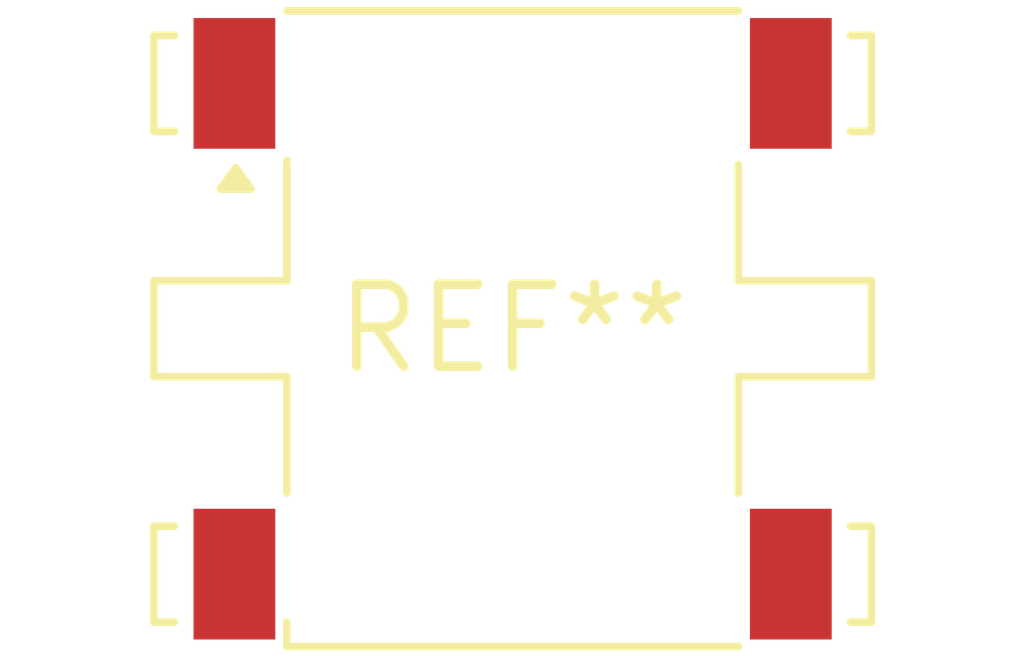
<source format=kicad_pcb>
(kicad_pcb (version 20240108) (generator pcbnew)
  (layers (0 "F.Cu" signal) (31 "B.Cu" signal) (34 "B.Paste" user) (35 "F.Paste" user) (36 "B.SilkS" user "B.Silkscreen") (37 "F.SilkS" user "F.Silkscreen") (38 "B.Mask" user) (39 "F.Mask" user) (44 "Edge.Cuts" user))
  (net 0 "")
  (footprint "Pulse_PA3493NL" (layer "F.Cu") (at 0 0)
    (property "Reference" "REF**")
    (property "Value" "Pulse_PA3493NL")
    (fp_line (start -5.57 -4.555) (end -5.57 -3.065) (layer "F.SilkS") (stroke (width 0.12)))
    (fp_line (start -5.57 -4.555) (end -5.25 -4.555) (layer "F.SilkS") (stroke (width 0.12)))
    (fp_line (start -5.57 -3.065) (end -5.25 -3.065) (layer "F.SilkS") (stroke (width 0.12)))
    (fp_line (start -5.57 -0.745) (end -5.57 0.745) (layer "F.SilkS") (stroke (width 0.12)))
    (fp_line (start -5.57 -0.745) (end -3.505 -0.745) (layer "F.SilkS") (stroke (width 0.12)))
    (fp_line (start -5.57 0.745) (end -3.505 0.745) (layer "F.SilkS") (stroke (width 0.12)))
    (fp_line (start -5.57 3.065) (end -5.57 4.555) (layer "F.SilkS") (stroke (width 0.12)))
    (fp_line (start -5.57 3.065) (end -5.25 3.065) (layer "F.SilkS") (stroke (width 0.12)))
    (fp_line (start -5.57 4.555) (end -5.25 4.555) (layer "F.SilkS") (stroke (width 0.12)))
    (fp_line (start -3.505 -4.935) (end 3.505 -4.935) (layer "F.SilkS") (stroke (width 0.12)))
    (fp_line (start -3.505 -0.745) (end -3.505 -2.615) (layer "F.SilkS") (stroke (width 0.12)))
    (fp_line (start -3.505 -0.745) (end -3.505 -2.55) (layer "F.SilkS") (stroke (width 0.12)))
    (fp_line (start -3.505 0.745) (end -3.505 2.55) (layer "F.SilkS") (stroke (width 0.12)))
    (fp_line (start -3.505 4.935) (end -3.505 4.555) (layer "F.SilkS") (stroke (width 0.12)))
    (fp_line (start -3.505 4.935) (end 3.505 4.935) (layer "F.SilkS") (stroke (width 0.12)))
    (fp_line (start 3.505 -0.745) (end 3.505 -2.55) (layer "F.SilkS") (stroke (width 0.12)))
    (fp_line (start 3.505 0.745) (end 3.505 2.55) (layer "F.SilkS") (stroke (width 0.12)))
    (fp_line (start 5.57 -4.555) (end 5.25 -4.555) (layer "F.SilkS") (stroke (width 0.12)))
    (fp_line (start 5.57 -4.555) (end 5.57 -3.065) (layer "F.SilkS") (stroke (width 0.12)))
    (fp_line (start 5.57 -3.065) (end 5.25 -3.065) (layer "F.SilkS") (stroke (width 0.12)))
    (fp_line (start 5.57 -0.745) (end 3.505 -0.745) (layer "F.SilkS") (stroke (width 0.12)))
    (fp_line (start 5.57 -0.745) (end 5.57 0.745) (layer "F.SilkS") (stroke (width 0.12)))
    (fp_line (start 5.57 0.745) (end 3.505 0.745) (layer "F.SilkS") (stroke (width 0.12)))
    (fp_line (start 5.57 3.065) (end 5.25 3.065) (layer "F.SilkS") (stroke (width 0.12)))
    (fp_line (start 5.57 3.065) (end 5.57 4.555) (layer "F.SilkS") (stroke (width 0.12)))
    (fp_line (start 5.57 4.555) (end 5.25 4.555) (layer "F.SilkS") (stroke (width 0.12)))
    (fp_poly (pts (xy -4.3 -2.5) (xy -4.06 -2.17) (xy -4.54 -2.17) (xy -4.3 -2.5)) (layer "F.SilkS") (stroke (width 0.12)) (fill solid))
    (pad "1" smd rect (at -4.32 -3.81) (size 1.27 2.03) (layers "F.Cu" "F.Paste" "F.Mask"))
    (pad "3" smd rect (at -4.32 3.81) (size 1.27 2.03) (layers "F.Cu" "F.Paste" "F.Mask"))
    (pad "4" smd rect (at 4.32 3.81) (size 1.27 2.03) (layers "F.Cu" "F.Paste" "F.Mask"))
    (pad "6" smd rect (at 4.32 -3.81) (size 1.27 2.03) (layers "F.Cu" "F.Paste" "F.Mask"))
  )
)
</source>
